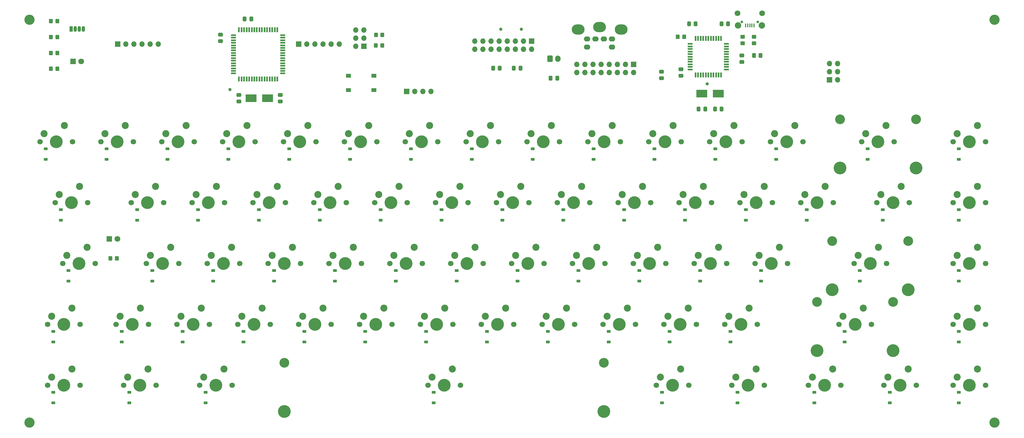
<source format=gbr>
%TF.GenerationSoftware,KiCad,Pcbnew,7.0.9*%
%TF.CreationDate,2024-01-23T21:35:22+00:00*%
%TF.ProjectId,rosco_m68k_keyboard-2,726f7363-6f5f-46d3-9638-6b5f6b657962,2*%
%TF.SameCoordinates,Original*%
%TF.FileFunction,Soldermask,Bot*%
%TF.FilePolarity,Negative*%
%FSLAX46Y46*%
G04 Gerber Fmt 4.6, Leading zero omitted, Abs format (unit mm)*
G04 Created by KiCad (PCBNEW 7.0.9) date 2024-01-23 21:35:22*
%MOMM*%
%LPD*%
G01*
G04 APERTURE LIST*
G04 Aperture macros list*
%AMRoundRect*
0 Rectangle with rounded corners*
0 $1 Rounding radius*
0 $2 $3 $4 $5 $6 $7 $8 $9 X,Y pos of 4 corners*
0 Add a 4 corners polygon primitive as box body*
4,1,4,$2,$3,$4,$5,$6,$7,$8,$9,$2,$3,0*
0 Add four circle primitives for the rounded corners*
1,1,$1+$1,$2,$3*
1,1,$1+$1,$4,$5*
1,1,$1+$1,$6,$7*
1,1,$1+$1,$8,$9*
0 Add four rect primitives between the rounded corners*
20,1,$1+$1,$2,$3,$4,$5,0*
20,1,$1+$1,$4,$5,$6,$7,0*
20,1,$1+$1,$6,$7,$8,$9,0*
20,1,$1+$1,$8,$9,$2,$3,0*%
G04 Aperture macros list end*
%ADD10O,2.000000X1.600200*%
%ADD11O,4.000000X3.200000*%
%ADD12C,3.200000*%
%ADD13R,1.700000X1.700000*%
%ADD14O,1.700000X1.700000*%
%ADD15C,1.700000*%
%ADD16C,4.000000*%
%ADD17C,2.200000*%
%ADD18C,3.050000*%
%ADD19RoundRect,0.250000X-0.600000X-0.750000X0.600000X-0.750000X0.600000X0.750000X-0.600000X0.750000X0*%
%ADD20O,1.700000X2.000000*%
%ADD21R,1.070000X1.800000*%
%ADD22O,1.070000X1.800000*%
%ADD23R,1.800000X1.800000*%
%ADD24C,1.800000*%
%ADD25RoundRect,0.250000X0.337500X0.475000X-0.337500X0.475000X-0.337500X-0.475000X0.337500X-0.475000X0*%
%ADD26RoundRect,0.250000X-0.337500X-0.475000X0.337500X-0.475000X0.337500X0.475000X-0.337500X0.475000X0*%
%ADD27RoundRect,0.250000X0.475000X-0.337500X0.475000X0.337500X-0.475000X0.337500X-0.475000X-0.337500X0*%
%ADD28RoundRect,0.250000X0.350000X0.450000X-0.350000X0.450000X-0.350000X-0.450000X0.350000X-0.450000X0*%
%ADD29R,1.550000X1.300000*%
%ADD30R,3.500000X2.400000*%
%ADD31R,1.500000X0.550000*%
%ADD32R,0.550000X1.500000*%
%ADD33RoundRect,0.225000X0.375000X-0.225000X0.375000X0.225000X-0.375000X0.225000X-0.375000X-0.225000X0*%
%ADD34C,0.800000*%
%ADD35R,0.450000X1.300000*%
%ADD36C,2.000000*%
%ADD37C,1.000000*%
%ADD38RoundRect,0.250000X0.450000X-0.350000X0.450000X0.350000X-0.450000X0.350000X-0.450000X-0.350000X0*%
%ADD39RoundRect,0.250000X-0.475000X0.337500X-0.475000X-0.337500X0.475000X-0.337500X0.475000X0.337500X0*%
%ADD40RoundRect,0.250000X-0.350000X-0.450000X0.350000X-0.450000X0.350000X0.450000X-0.350000X0.450000X0*%
G04 APERTURE END LIST*
D10*
%TO.C,J9*%
X240400000Y-95399992D03*
X248200000Y-95399992D03*
X240400000Y-92899992D03*
D11*
X237550001Y-89899998D03*
X244300000Y-89100000D03*
D10*
X248200000Y-92899992D03*
D11*
X251049999Y-89899998D03*
D10*
X243000000Y-92899992D03*
X245600000Y-92899992D03*
%TD*%
D12*
%TO.C,H2*%
X367878700Y-86878700D03*
%TD*%
%TO.C,H3*%
X367878700Y-212878700D03*
%TD*%
%TO.C,H4*%
X65878700Y-212878700D03*
%TD*%
%TO.C,H1*%
X65878700Y-86878700D03*
%TD*%
D13*
%TO.C,J2*%
X170495600Y-95145800D03*
D14*
X167955600Y-95145800D03*
X170495600Y-92605800D03*
X167955600Y-92605800D03*
X170495600Y-90065800D03*
X167955600Y-90065800D03*
%TD*%
D15*
%TO.C,K20*%
X173916300Y-144094000D03*
D16*
X178996300Y-144094000D03*
D15*
X184076300Y-144094000D03*
D17*
X181536300Y-139014000D03*
X175186300Y-141554000D03*
%TD*%
D15*
%TO.C,K6*%
X183441300Y-125044000D03*
D16*
X188521300Y-125044000D03*
D15*
X193601300Y-125044000D03*
D17*
X191061300Y-119964000D03*
X184711300Y-122504000D03*
%TD*%
D15*
%TO.C,K26*%
X288216300Y-144094000D03*
D16*
X293296300Y-144094000D03*
D15*
X298376300Y-144094000D03*
D17*
X295836300Y-139014000D03*
X289486300Y-141554000D03*
%TD*%
D15*
%TO.C,K46*%
X112003800Y-182194000D03*
D16*
X117083800Y-182194000D03*
D15*
X122163800Y-182194000D03*
D17*
X119623800Y-177114000D03*
X113273800Y-179654000D03*
%TD*%
D15*
%TO.C,K53*%
X245353800Y-182194000D03*
D16*
X250433800Y-182194000D03*
D15*
X255513800Y-182194000D03*
D17*
X252973800Y-177114000D03*
X246623800Y-179654000D03*
%TD*%
D15*
%TO.C,K24*%
X250116300Y-144094000D03*
D16*
X255196300Y-144094000D03*
D15*
X260276300Y-144094000D03*
D17*
X257736300Y-139014000D03*
X251386300Y-141554000D03*
%TD*%
D15*
%TO.C,K16*%
X97716300Y-144094000D03*
D16*
X102796300Y-144094000D03*
D15*
X107876300Y-144094000D03*
D17*
X105336300Y-139014000D03*
X98986300Y-141554000D03*
%TD*%
D15*
%TO.C,K52*%
X226303800Y-182194000D03*
D16*
X231383800Y-182194000D03*
D15*
X236463800Y-182194000D03*
D17*
X233923800Y-177114000D03*
X227573800Y-179654000D03*
%TD*%
D15*
%TO.C,K50*%
X188203800Y-182194000D03*
D16*
X193283800Y-182194000D03*
D15*
X198363800Y-182194000D03*
D17*
X195823800Y-177114000D03*
X189473800Y-179654000D03*
%TD*%
D15*
%TO.C,K31*%
X102478800Y-163144000D03*
D16*
X107558800Y-163144000D03*
D15*
X112638800Y-163144000D03*
D17*
X110098800Y-158064000D03*
X103748800Y-160604000D03*
%TD*%
D18*
%TO.C,K56*%
X312352500Y-175194000D03*
D16*
X312352500Y-190434000D03*
D15*
X319172500Y-182194000D03*
D16*
X324252500Y-182194000D03*
D15*
X329332500Y-182194000D03*
D18*
X336152500Y-175194000D03*
D16*
X336152500Y-190434000D03*
D17*
X326792500Y-177114000D03*
X320442500Y-179654000D03*
%TD*%
D15*
%TO.C,K44*%
X71522500Y-182194000D03*
D16*
X76602500Y-182194000D03*
D15*
X81682500Y-182194000D03*
D17*
X79142500Y-177114000D03*
X72792500Y-179654000D03*
%TD*%
D15*
%TO.C,K66*%
X354891300Y-201244000D03*
D16*
X359971300Y-201244000D03*
D15*
X365051300Y-201244000D03*
D17*
X362511300Y-196164000D03*
X356161300Y-198704000D03*
%TD*%
D15*
%TO.C,K34*%
X159628800Y-163144000D03*
D16*
X164708800Y-163144000D03*
D15*
X169788800Y-163144000D03*
D17*
X167248800Y-158064000D03*
X160898800Y-160604000D03*
%TD*%
D15*
%TO.C,K10*%
X259641300Y-125044000D03*
D16*
X264721300Y-125044000D03*
D15*
X269801300Y-125044000D03*
D17*
X267261300Y-119964000D03*
X260911300Y-122504000D03*
%TD*%
D13*
%TO.C,D70*%
X183900000Y-109275000D03*
D14*
X186440000Y-109275000D03*
X188980000Y-109275000D03*
X191520000Y-109275000D03*
%TD*%
D18*
%TO.C,K42*%
X317115000Y-156144000D03*
D16*
X317115000Y-171384000D03*
D15*
X323935000Y-163144000D03*
D16*
X329015000Y-163144000D03*
D15*
X334095000Y-163144000D03*
D18*
X340915000Y-156144000D03*
D16*
X340915000Y-171384000D03*
D17*
X331555000Y-158064000D03*
X325205000Y-160604000D03*
%TD*%
D15*
%TO.C,K28*%
X331078800Y-144094000D03*
D16*
X336158800Y-144094000D03*
D15*
X341238800Y-144094000D03*
D17*
X338698800Y-139014000D03*
X332348800Y-141554000D03*
%TD*%
D15*
%TO.C,K35*%
X178678800Y-163144000D03*
D16*
X183758800Y-163144000D03*
D15*
X188838800Y-163144000D03*
D17*
X186298800Y-158064000D03*
X179948800Y-160604000D03*
%TD*%
D15*
%TO.C,K29*%
X354891300Y-144094000D03*
D16*
X359971300Y-144094000D03*
D15*
X365051300Y-144094000D03*
D17*
X362511300Y-139014000D03*
X356161300Y-141554000D03*
%TD*%
D15*
%TO.C,K33*%
X140578800Y-163144000D03*
D16*
X145658800Y-163144000D03*
D15*
X150738800Y-163144000D03*
D17*
X148198800Y-158064000D03*
X141848800Y-160604000D03*
%TD*%
D15*
%TO.C,K5*%
X164391300Y-125044000D03*
D16*
X169471300Y-125044000D03*
D15*
X174551300Y-125044000D03*
D17*
X172011300Y-119964000D03*
X165661300Y-122504000D03*
%TD*%
D15*
%TO.C,K18*%
X135816300Y-144094000D03*
D16*
X140896300Y-144094000D03*
D15*
X145976300Y-144094000D03*
D17*
X143436300Y-139014000D03*
X137086300Y-141554000D03*
%TD*%
D15*
%TO.C,K19*%
X154866300Y-144094000D03*
D16*
X159946300Y-144094000D03*
D15*
X165026300Y-144094000D03*
D17*
X162486300Y-139014000D03*
X156136300Y-141554000D03*
%TD*%
D13*
%TO.C,J6*%
X150114000Y-94488000D03*
D14*
X152654000Y-94488000D03*
X155194000Y-94488000D03*
X157734000Y-94488000D03*
X160274000Y-94488000D03*
X162814000Y-94488000D03*
%TD*%
D15*
%TO.C,K45*%
X92953800Y-182194000D03*
D16*
X98033800Y-182194000D03*
D15*
X103113800Y-182194000D03*
D17*
X100573800Y-177114000D03*
X94223800Y-179654000D03*
%TD*%
D19*
%TO.C,J5*%
X228750000Y-99000000D03*
D20*
X231250000Y-99000000D03*
%TD*%
D18*
%TO.C,K13*%
X319496300Y-118044000D03*
D16*
X319496300Y-133284000D03*
D15*
X326316300Y-125044000D03*
D16*
X331396300Y-125044000D03*
D15*
X336476300Y-125044000D03*
D18*
X343296300Y-118044000D03*
D16*
X343296300Y-133284000D03*
D17*
X333936300Y-119964000D03*
X327586300Y-122504000D03*
%TD*%
D15*
%TO.C,K39*%
X254878800Y-163144000D03*
D16*
X259958800Y-163144000D03*
D15*
X265038800Y-163144000D03*
D17*
X262498800Y-158064000D03*
X256148800Y-160604000D03*
%TD*%
D15*
%TO.C,K60*%
X119147500Y-201244000D03*
D16*
X124227500Y-201244000D03*
D15*
X129307500Y-201244000D03*
D17*
X126767500Y-196164000D03*
X120417500Y-198704000D03*
%TD*%
D15*
%TO.C,K22*%
X212016300Y-144094000D03*
D16*
X217096300Y-144094000D03*
D15*
X222176300Y-144094000D03*
D17*
X219636300Y-139014000D03*
X213286300Y-141554000D03*
%TD*%
D15*
%TO.C,K15*%
X73903800Y-144094000D03*
D16*
X78983800Y-144094000D03*
D15*
X84063800Y-144094000D03*
D17*
X81523800Y-139014000D03*
X75173800Y-141554000D03*
%TD*%
D15*
%TO.C,K36*%
X197728800Y-163144000D03*
D16*
X202808800Y-163144000D03*
D15*
X207888800Y-163144000D03*
D17*
X205348800Y-158064000D03*
X198998800Y-160604000D03*
%TD*%
D15*
%TO.C,K12*%
X297741300Y-125044000D03*
D16*
X302821300Y-125044000D03*
D15*
X307901300Y-125044000D03*
D17*
X305361300Y-119964000D03*
X299011300Y-122504000D03*
%TD*%
D15*
%TO.C,K11*%
X278691300Y-125044000D03*
D16*
X283771300Y-125044000D03*
D15*
X288851300Y-125044000D03*
D17*
X286311300Y-119964000D03*
X279961300Y-122504000D03*
%TD*%
D15*
%TO.C,K51*%
X207253800Y-182194000D03*
D16*
X212333800Y-182194000D03*
D15*
X217413800Y-182194000D03*
D17*
X214873800Y-177114000D03*
X208523800Y-179654000D03*
%TD*%
D15*
%TO.C,K47*%
X131053800Y-182194000D03*
D16*
X136133800Y-182194000D03*
D15*
X141213800Y-182194000D03*
D17*
X138673800Y-177114000D03*
X132323800Y-179654000D03*
%TD*%
D21*
%TO.C,D69*%
X78901200Y-89708100D03*
D22*
X80171200Y-89708100D03*
X81441200Y-89708100D03*
X82711200Y-89708100D03*
%TD*%
D15*
%TO.C,K0*%
X69141300Y-125044000D03*
D16*
X74221300Y-125044000D03*
D15*
X79301300Y-125044000D03*
D17*
X76761300Y-119964000D03*
X70411300Y-122504000D03*
%TD*%
D15*
%TO.C,K40*%
X273928800Y-163144000D03*
D16*
X279008800Y-163144000D03*
D15*
X284088800Y-163144000D03*
D17*
X281548800Y-158064000D03*
X275198800Y-160604000D03*
%TD*%
D15*
%TO.C,K30*%
X76285000Y-163144000D03*
D16*
X81365000Y-163144000D03*
D15*
X86445000Y-163144000D03*
D17*
X83905000Y-158064000D03*
X77555000Y-160604000D03*
%TD*%
D15*
%TO.C,K57*%
X354891300Y-182194000D03*
D16*
X359971300Y-182194000D03*
D15*
X365051300Y-182194000D03*
D17*
X362511300Y-177114000D03*
X356161300Y-179654000D03*
%TD*%
D13*
%TO.C,J1*%
X93470000Y-94488000D03*
D14*
X96010000Y-94488000D03*
X98550000Y-94488000D03*
X101090000Y-94488000D03*
X103630000Y-94488000D03*
X106170000Y-94488000D03*
%TD*%
D15*
%TO.C,K65*%
X333269500Y-201244000D03*
D16*
X338349500Y-201244000D03*
D15*
X343429500Y-201244000D03*
D17*
X340889500Y-196164000D03*
X334539500Y-198704000D03*
%TD*%
D15*
%TO.C,K38*%
X235828800Y-163144000D03*
D16*
X240908800Y-163144000D03*
D15*
X245988800Y-163144000D03*
D17*
X243448800Y-158064000D03*
X237098800Y-160604000D03*
%TD*%
D15*
%TO.C,K27*%
X307266300Y-144094000D03*
D16*
X312346300Y-144094000D03*
D15*
X317426300Y-144094000D03*
D17*
X314886300Y-139014000D03*
X308536300Y-141554000D03*
%TD*%
D15*
%TO.C,K17*%
X116766300Y-144094000D03*
D16*
X121846300Y-144094000D03*
D15*
X126926300Y-144094000D03*
D17*
X124386300Y-139014000D03*
X118036300Y-141554000D03*
%TD*%
D15*
%TO.C,K48*%
X150103800Y-182194000D03*
D16*
X155183800Y-182194000D03*
D15*
X160263800Y-182194000D03*
D17*
X157723800Y-177114000D03*
X151373800Y-179654000D03*
%TD*%
D15*
%TO.C,K55*%
X283453800Y-182194000D03*
D16*
X288533800Y-182194000D03*
D15*
X293613800Y-182194000D03*
D17*
X291073800Y-177114000D03*
X284723800Y-179654000D03*
%TD*%
D15*
%TO.C,K58*%
X71522500Y-201244000D03*
D16*
X76602500Y-201244000D03*
D15*
X81682500Y-201244000D03*
D17*
X79142500Y-196164000D03*
X72792500Y-198704000D03*
%TD*%
D15*
%TO.C,K32*%
X121528800Y-163144000D03*
D16*
X126608800Y-163144000D03*
D15*
X131688800Y-163144000D03*
D17*
X129148800Y-158064000D03*
X122798800Y-160604000D03*
%TD*%
D15*
%TO.C,K3*%
X126291300Y-125044000D03*
D16*
X131371300Y-125044000D03*
D15*
X136451300Y-125044000D03*
D17*
X133911300Y-119964000D03*
X127561300Y-122504000D03*
%TD*%
D23*
%TO.C,D68*%
X79501200Y-99893500D03*
D24*
X82041200Y-99893500D03*
%TD*%
D15*
%TO.C,K7*%
X202491300Y-125044000D03*
D16*
X207571300Y-125044000D03*
D15*
X212651300Y-125044000D03*
D17*
X210111300Y-119964000D03*
X203761300Y-122504000D03*
%TD*%
D15*
%TO.C,K43*%
X354891300Y-163144000D03*
D16*
X359971300Y-163144000D03*
D15*
X365051300Y-163144000D03*
D17*
X362511300Y-158064000D03*
X356161300Y-160604000D03*
%TD*%
D15*
%TO.C,K49*%
X169153800Y-182194000D03*
D16*
X174233800Y-182194000D03*
D15*
X179313800Y-182194000D03*
D17*
X176773800Y-177114000D03*
X170423800Y-179654000D03*
%TD*%
D15*
%TO.C,K62*%
X262022500Y-201244000D03*
D16*
X267102500Y-201244000D03*
D15*
X272182500Y-201244000D03*
D17*
X269642500Y-196164000D03*
X263292500Y-198704000D03*
%TD*%
D18*
%TO.C,K61*%
X145665000Y-194244000D03*
D16*
X145665000Y-209484000D03*
D15*
X190585000Y-201244000D03*
D16*
X195665000Y-201244000D03*
D15*
X200745000Y-201244000D03*
D18*
X245665000Y-194244000D03*
D16*
X245665000Y-209484000D03*
D17*
X198205000Y-196164000D03*
X191855000Y-198704000D03*
%TD*%
D15*
%TO.C,K63*%
X285644500Y-201244000D03*
D16*
X290724500Y-201244000D03*
D15*
X295804500Y-201244000D03*
D17*
X293264500Y-196164000D03*
X286914500Y-198704000D03*
%TD*%
D15*
%TO.C,K25*%
X269166300Y-144094000D03*
D16*
X274246300Y-144094000D03*
D15*
X279326300Y-144094000D03*
D17*
X276786300Y-139014000D03*
X270436300Y-141554000D03*
%TD*%
D15*
%TO.C,K21*%
X192966300Y-144094000D03*
D16*
X198046300Y-144094000D03*
D15*
X203126300Y-144094000D03*
D17*
X200586300Y-139014000D03*
X194236300Y-141554000D03*
%TD*%
D15*
%TO.C,K1*%
X88191300Y-125044000D03*
D16*
X93271300Y-125044000D03*
D15*
X98351300Y-125044000D03*
D17*
X95811300Y-119964000D03*
X89461300Y-122504000D03*
%TD*%
D15*
%TO.C,K2*%
X107241300Y-125044000D03*
D16*
X112321300Y-125044000D03*
D15*
X117401300Y-125044000D03*
D17*
X114861300Y-119964000D03*
X108511300Y-122504000D03*
%TD*%
D15*
%TO.C,K59*%
X95335000Y-201244000D03*
D16*
X100415000Y-201244000D03*
D15*
X105495000Y-201244000D03*
D17*
X102955000Y-196164000D03*
X96605000Y-198704000D03*
%TD*%
D15*
%TO.C,K64*%
X309647500Y-201244000D03*
D16*
X314727500Y-201244000D03*
D15*
X319807500Y-201244000D03*
D17*
X317267500Y-196164000D03*
X310917500Y-198704000D03*
%TD*%
D15*
%TO.C,K23*%
X231066300Y-144094000D03*
D16*
X236146300Y-144094000D03*
D15*
X241226300Y-144094000D03*
D17*
X238686300Y-139014000D03*
X232336300Y-141554000D03*
%TD*%
D15*
%TO.C,K41*%
X292978800Y-163144000D03*
D16*
X298058800Y-163144000D03*
D15*
X303138800Y-163144000D03*
D17*
X300598800Y-158064000D03*
X294248800Y-160604000D03*
%TD*%
D15*
%TO.C,K8*%
X221541250Y-125044000D03*
D16*
X226621250Y-125044000D03*
D15*
X231701250Y-125044000D03*
D17*
X229161250Y-119964000D03*
X222811250Y-122504000D03*
%TD*%
D23*
%TO.C,D67*%
X90855000Y-155443300D03*
D24*
X93395000Y-155443300D03*
%TD*%
D13*
%TO.C,J3*%
X223020000Y-93560000D03*
D14*
X223020000Y-96100000D03*
X220480000Y-93560000D03*
X220480000Y-96100000D03*
X217940000Y-93560000D03*
X217940000Y-96100000D03*
X215400000Y-93560000D03*
X215400000Y-96100000D03*
X212860000Y-93560000D03*
X212860000Y-96100000D03*
X210320000Y-93560000D03*
X210320000Y-96100000D03*
X207780000Y-93560000D03*
X207780000Y-96100000D03*
X205240000Y-93560000D03*
X205240000Y-96100000D03*
%TD*%
D15*
%TO.C,K37*%
X216778750Y-163144000D03*
D16*
X221858750Y-163144000D03*
D15*
X226938750Y-163144000D03*
D17*
X224398750Y-158064000D03*
X218048750Y-160604000D03*
%TD*%
D15*
%TO.C,K4*%
X145341250Y-125044000D03*
D16*
X150421250Y-125044000D03*
D15*
X155501250Y-125044000D03*
D17*
X152961250Y-119964000D03*
X146611250Y-122504000D03*
%TD*%
D15*
%TO.C,K9*%
X240591250Y-125044000D03*
D16*
X245671250Y-125044000D03*
D15*
X250751250Y-125044000D03*
D17*
X248211250Y-119964000D03*
X241861250Y-122504000D03*
%TD*%
D13*
%TO.C,J4*%
X254970000Y-100790000D03*
D14*
X254970000Y-103330000D03*
X252430000Y-100790000D03*
X252430000Y-103330000D03*
X249890000Y-100790000D03*
X249890000Y-103330000D03*
X247350000Y-100790000D03*
X247350000Y-103330000D03*
X244810000Y-100790000D03*
X244810000Y-103330000D03*
X242270000Y-100790000D03*
X242270000Y-103330000D03*
X239730000Y-100790000D03*
X239730000Y-103330000D03*
X237190000Y-100790000D03*
X237190000Y-103330000D03*
%TD*%
D15*
%TO.C,K54*%
X264403750Y-182194000D03*
D16*
X269483750Y-182194000D03*
D15*
X274563750Y-182194000D03*
D17*
X272023750Y-177114000D03*
X265673750Y-179654000D03*
%TD*%
D15*
%TO.C,K14*%
X354891250Y-125044000D03*
D16*
X359971250Y-125044000D03*
D15*
X365051250Y-125044000D03*
D17*
X362511250Y-119964000D03*
X356161250Y-122504000D03*
%TD*%
D25*
%TO.C,C1*%
X231037500Y-105100000D03*
X228962500Y-105100000D03*
%TD*%
%TO.C,C2*%
X213037500Y-102000000D03*
X210962500Y-102000000D03*
%TD*%
D26*
%TO.C,C3*%
X217462500Y-102000000D03*
X219537500Y-102000000D03*
%TD*%
D27*
%TO.C,C4*%
X125659400Y-93574000D03*
X125659400Y-91499000D03*
%TD*%
D26*
%TO.C,C5*%
X133217300Y-86583700D03*
X135292300Y-86583700D03*
%TD*%
D27*
%TO.C,C6*%
X131391400Y-112437600D03*
X131391400Y-110362600D03*
%TD*%
%TO.C,C7*%
X144391400Y-112437600D03*
X144391400Y-110362600D03*
%TD*%
D28*
%TO.C,R1*%
X176300000Y-91600000D03*
X174300000Y-91600000D03*
%TD*%
%TO.C,R2*%
X176275000Y-94900000D03*
X174275000Y-94900000D03*
%TD*%
D29*
%TO.C,SW1*%
X173683200Y-104402000D03*
X165733200Y-104402000D03*
X173683200Y-108902000D03*
X165733200Y-108902000D03*
%TD*%
D30*
%TO.C,Y1*%
X135191400Y-111425100D03*
X140391400Y-111425100D03*
%TD*%
D31*
%TO.C,U1*%
X145139000Y-91654500D03*
X145139000Y-92454500D03*
X145139000Y-93254500D03*
X145139000Y-94054500D03*
X145139000Y-94854500D03*
X145139000Y-95654500D03*
X145139000Y-96454500D03*
X145139000Y-97254500D03*
X145139000Y-98054500D03*
X145139000Y-98854500D03*
X145139000Y-99654500D03*
X145139000Y-100454500D03*
X145139000Y-101254500D03*
X145139000Y-102054500D03*
X145139000Y-102854500D03*
X145139000Y-103654500D03*
D32*
X143439000Y-105354500D03*
X142639000Y-105354500D03*
X141839000Y-105354500D03*
X141039000Y-105354500D03*
X140239000Y-105354500D03*
X139439000Y-105354500D03*
X138639000Y-105354500D03*
X137839000Y-105354500D03*
X137039000Y-105354500D03*
X136239000Y-105354500D03*
X135439000Y-105354500D03*
X134639000Y-105354500D03*
X133839000Y-105354500D03*
X133039000Y-105354500D03*
X132239000Y-105354500D03*
X131439000Y-105354500D03*
D31*
X129739000Y-103654500D03*
X129739000Y-102854500D03*
X129739000Y-102054500D03*
X129739000Y-101254500D03*
X129739000Y-100454500D03*
X129739000Y-99654500D03*
X129739000Y-98854500D03*
X129739000Y-98054500D03*
X129739000Y-97254500D03*
X129739000Y-96454500D03*
X129739000Y-95654500D03*
X129739000Y-94854500D03*
X129739000Y-94054500D03*
X129739000Y-93254500D03*
X129739000Y-92454500D03*
X129739000Y-91654500D03*
D32*
X131439000Y-89954500D03*
X132239000Y-89954500D03*
X133039000Y-89954500D03*
X133839000Y-89954500D03*
X134639000Y-89954500D03*
X135439000Y-89954500D03*
X136239000Y-89954500D03*
X137039000Y-89954500D03*
X137839000Y-89954500D03*
X138639000Y-89954500D03*
X139439000Y-89954500D03*
X140239000Y-89954500D03*
X141039000Y-89954500D03*
X141839000Y-89954500D03*
X142639000Y-89954500D03*
X143439000Y-89954500D03*
%TD*%
D33*
%TO.C,D59*%
X97155000Y-206704000D03*
X97155000Y-203404000D03*
%TD*%
%TO.C,D63*%
X287464500Y-206704000D03*
X287464500Y-203404000D03*
%TD*%
%TO.C,D47*%
X132873800Y-187654000D03*
X132873800Y-184354000D03*
%TD*%
%TO.C,D24*%
X251936300Y-149554000D03*
X251936300Y-146254000D03*
%TD*%
D25*
%TO.C,C10*%
X274341500Y-88138000D03*
X272266500Y-88138000D03*
%TD*%
D33*
%TO.C,D10*%
X261461300Y-130504000D03*
X261461300Y-127204000D03*
%TD*%
%TO.C,D36*%
X199548800Y-168604000D03*
X199548800Y-165304000D03*
%TD*%
%TO.C,D29*%
X356711300Y-149554000D03*
X356711300Y-146254000D03*
%TD*%
%TO.C,D28*%
X332898800Y-149554000D03*
X332898800Y-146254000D03*
%TD*%
%TO.C,D33*%
X142398800Y-168604000D03*
X142398800Y-165304000D03*
%TD*%
%TO.C,D46*%
X113823800Y-187654000D03*
X113823800Y-184354000D03*
%TD*%
%TO.C,D15*%
X75723800Y-149554000D03*
X75723800Y-146254000D03*
%TD*%
%TO.C,D8*%
X223361300Y-130504000D03*
X223361300Y-127204000D03*
%TD*%
%TO.C,D5*%
X166211300Y-130504000D03*
X166211300Y-127204000D03*
%TD*%
D34*
%TO.C,J7*%
X288808000Y-87550000D03*
X293808000Y-87550000D03*
D35*
X290008000Y-88650000D03*
X290658000Y-88650000D03*
X291308000Y-88650000D03*
X291958000Y-88650000D03*
X292608000Y-88650000D03*
D24*
X287433000Y-84800000D03*
D36*
X287583000Y-88600000D03*
X295033000Y-88600000D03*
D24*
X295183000Y-84800000D03*
%TD*%
D30*
%TO.C,Y2*%
X276232000Y-109982000D03*
X281432000Y-109982000D03*
%TD*%
D37*
%TO.C,TP4*%
X213400000Y-89800000D03*
%TD*%
D33*
%TO.C,D18*%
X137636300Y-149554000D03*
X137636300Y-146254000D03*
%TD*%
D28*
%TO.C,R5*%
X74583000Y-87295100D03*
X72583000Y-87295100D03*
%TD*%
%TO.C,R4*%
X74583000Y-102193500D03*
X72583000Y-102193500D03*
%TD*%
D33*
%TO.C,D40*%
X275748800Y-168604000D03*
X275748800Y-165304000D03*
%TD*%
%TO.C,D51*%
X209073800Y-187654000D03*
X209073800Y-184354000D03*
%TD*%
%TO.C,D2*%
X109061300Y-130504000D03*
X109061300Y-127204000D03*
%TD*%
D38*
%TO.C,R13*%
X289052000Y-94218000D03*
X289052000Y-92218000D03*
%TD*%
D33*
%TO.C,D19*%
X156686300Y-149554000D03*
X156686300Y-146254000D03*
%TD*%
%TO.C,D9*%
X242411300Y-130504000D03*
X242411300Y-127204000D03*
%TD*%
%TO.C,D20*%
X175736300Y-149554000D03*
X175736300Y-146254000D03*
%TD*%
D25*
%TO.C,C14*%
X282469500Y-114808000D03*
X280394500Y-114808000D03*
%TD*%
D33*
%TO.C,D35*%
X180498800Y-168604000D03*
X180498800Y-165304000D03*
%TD*%
%TO.C,D49*%
X170973800Y-187654000D03*
X170973800Y-184354000D03*
%TD*%
%TO.C,D25*%
X270986300Y-149554000D03*
X270986300Y-146254000D03*
%TD*%
%TO.C,D66*%
X356711300Y-206704000D03*
X356711300Y-203404000D03*
%TD*%
D28*
%TO.C,R3*%
X93202000Y-161544000D03*
X91202000Y-161544000D03*
%TD*%
%TO.C,R6*%
X74583000Y-92261200D03*
X72583000Y-92261200D03*
%TD*%
D31*
%TO.C,U2*%
X284020000Y-94410000D03*
X284020000Y-95210000D03*
X284020000Y-96010000D03*
X284020000Y-96810000D03*
X284020000Y-97610000D03*
X284020000Y-98410000D03*
X284020000Y-99210000D03*
X284020000Y-100010000D03*
X284020000Y-100810000D03*
X284020000Y-101610000D03*
X284020000Y-102410000D03*
D32*
X282320000Y-104110000D03*
X281520000Y-104110000D03*
X280720000Y-104110000D03*
X279920000Y-104110000D03*
X279120000Y-104110000D03*
X278320000Y-104110000D03*
X277520000Y-104110000D03*
X276720000Y-104110000D03*
X275920000Y-104110000D03*
X275120000Y-104110000D03*
X274320000Y-104110000D03*
D31*
X272620000Y-102410000D03*
X272620000Y-101610000D03*
X272620000Y-100810000D03*
X272620000Y-100010000D03*
X272620000Y-99210000D03*
X272620000Y-98410000D03*
X272620000Y-97610000D03*
X272620000Y-96810000D03*
X272620000Y-96010000D03*
X272620000Y-95210000D03*
X272620000Y-94410000D03*
D32*
X274320000Y-92710000D03*
X275120000Y-92710000D03*
X275920000Y-92710000D03*
X276720000Y-92710000D03*
X277520000Y-92710000D03*
X278320000Y-92710000D03*
X279120000Y-92710000D03*
X279920000Y-92710000D03*
X280720000Y-92710000D03*
X281520000Y-92710000D03*
X282320000Y-92710000D03*
%TD*%
D33*
%TO.C,D34*%
X161448800Y-168604000D03*
X161448800Y-165304000D03*
%TD*%
D13*
%TO.C,J8*%
X316230000Y-105664000D03*
D14*
X318770000Y-105664000D03*
X316230000Y-103124000D03*
X318770000Y-103124000D03*
X316230000Y-100584000D03*
X318770000Y-100584000D03*
%TD*%
D33*
%TO.C,D12*%
X299561300Y-130504000D03*
X299561300Y-127204000D03*
%TD*%
%TO.C,D11*%
X280511300Y-130504000D03*
X280511300Y-127204000D03*
%TD*%
%TO.C,D39*%
X256698800Y-168604000D03*
X256698800Y-165304000D03*
%TD*%
D28*
%TO.C,R7*%
X74583000Y-97227300D03*
X72583000Y-97227300D03*
%TD*%
D33*
%TO.C,D54*%
X266223800Y-187654000D03*
X266223800Y-184354000D03*
%TD*%
%TO.C,D14*%
X356711300Y-130504000D03*
X356711300Y-127204000D03*
%TD*%
%TO.C,D50*%
X190023800Y-187654000D03*
X190023800Y-184354000D03*
%TD*%
%TO.C,D64*%
X311467500Y-206704000D03*
X311467500Y-203404000D03*
%TD*%
%TO.C,D45*%
X94773800Y-187654000D03*
X94773800Y-184354000D03*
%TD*%
%TO.C,D61*%
X192405000Y-206704000D03*
X192405000Y-203404000D03*
%TD*%
%TO.C,D56*%
X320992500Y-187654000D03*
X320992500Y-184354000D03*
%TD*%
D25*
%TO.C,C15*%
X294661500Y-98044000D03*
X292586500Y-98044000D03*
%TD*%
D39*
%TO.C,C8*%
X269748000Y-102340500D03*
X269748000Y-104415500D03*
%TD*%
D38*
%TO.C,R12*%
X292608000Y-94202000D03*
X292608000Y-92202000D03*
%TD*%
D33*
%TO.C,D57*%
X356711300Y-187654000D03*
X356711300Y-184354000D03*
%TD*%
%TO.C,D48*%
X151923800Y-187654000D03*
X151923800Y-184354000D03*
%TD*%
%TO.C,D43*%
X356711300Y-168604000D03*
X356711300Y-165304000D03*
%TD*%
%TO.C,D13*%
X328136300Y-130504000D03*
X328136300Y-127204000D03*
%TD*%
%TO.C,D37*%
X218598800Y-168604000D03*
X218598800Y-165304000D03*
%TD*%
D37*
%TO.C,TP2*%
X278000000Y-106950000D03*
%TD*%
D33*
%TO.C,D32*%
X123348800Y-168604000D03*
X123348800Y-165304000D03*
%TD*%
%TO.C,D42*%
X325755000Y-168604000D03*
X325755000Y-165304000D03*
%TD*%
D40*
%TO.C,R14*%
X268748000Y-92202000D03*
X270748000Y-92202000D03*
%TD*%
D33*
%TO.C,D58*%
X73342500Y-206704000D03*
X73342500Y-203404000D03*
%TD*%
%TO.C,D0*%
X70961300Y-130504000D03*
X70961300Y-127204000D03*
%TD*%
%TO.C,D55*%
X285273800Y-187654000D03*
X285273800Y-184354000D03*
%TD*%
%TO.C,D60*%
X120967500Y-206704000D03*
X120967500Y-203404000D03*
%TD*%
%TO.C,D26*%
X290036300Y-149554000D03*
X290036300Y-146254000D03*
%TD*%
D39*
%TO.C,C12*%
X263652000Y-103102500D03*
X263652000Y-105177500D03*
%TD*%
D33*
%TO.C,D52*%
X228123800Y-187654000D03*
X228123800Y-184354000D03*
%TD*%
%TO.C,D22*%
X213836300Y-149554000D03*
X213836300Y-146254000D03*
%TD*%
%TO.C,D62*%
X263842500Y-206704000D03*
X263842500Y-203404000D03*
%TD*%
%TO.C,D53*%
X247173800Y-187654000D03*
X247173800Y-184354000D03*
%TD*%
%TO.C,D30*%
X78105000Y-168604000D03*
X78105000Y-165304000D03*
%TD*%
D27*
%TO.C,C9*%
X288798000Y-100076000D03*
X288798000Y-98001000D03*
%TD*%
D33*
%TO.C,D16*%
X99536300Y-149554000D03*
X99536300Y-146254000D03*
%TD*%
%TO.C,D21*%
X194786300Y-149554000D03*
X194786300Y-146254000D03*
%TD*%
D37*
%TO.C,TP1*%
X128650000Y-108700000D03*
%TD*%
D33*
%TO.C,D65*%
X335089500Y-206704000D03*
X335089500Y-203404000D03*
%TD*%
%TO.C,D31*%
X104298800Y-168604000D03*
X104298800Y-165304000D03*
%TD*%
%TO.C,D4*%
X147161300Y-130504000D03*
X147161300Y-127204000D03*
%TD*%
%TO.C,D6*%
X185261300Y-130504000D03*
X185261300Y-127204000D03*
%TD*%
%TO.C,D7*%
X204311300Y-130504000D03*
X204311300Y-127204000D03*
%TD*%
%TO.C,D1*%
X90011300Y-130504000D03*
X90011300Y-127204000D03*
%TD*%
D25*
%TO.C,C13*%
X277368000Y-114808000D03*
X275293000Y-114808000D03*
%TD*%
D37*
%TO.C,TP3*%
X219800000Y-89800000D03*
%TD*%
D33*
%TO.C,D27*%
X309086300Y-149554000D03*
X309086300Y-146254000D03*
%TD*%
%TO.C,D38*%
X237648800Y-168604000D03*
X237648800Y-165304000D03*
%TD*%
D26*
%TO.C,C11*%
X282426500Y-88138000D03*
X284501500Y-88138000D03*
%TD*%
D33*
%TO.C,D3*%
X128111300Y-130504000D03*
X128111300Y-127204000D03*
%TD*%
%TO.C,D17*%
X118586300Y-149554000D03*
X118586300Y-146254000D03*
%TD*%
%TO.C,D23*%
X232886300Y-149554000D03*
X232886300Y-146254000D03*
%TD*%
%TO.C,D44*%
X73342500Y-187654000D03*
X73342500Y-184354000D03*
%TD*%
%TO.C,D41*%
X294798800Y-168604000D03*
X294798800Y-165304000D03*
%TD*%
M02*

</source>
